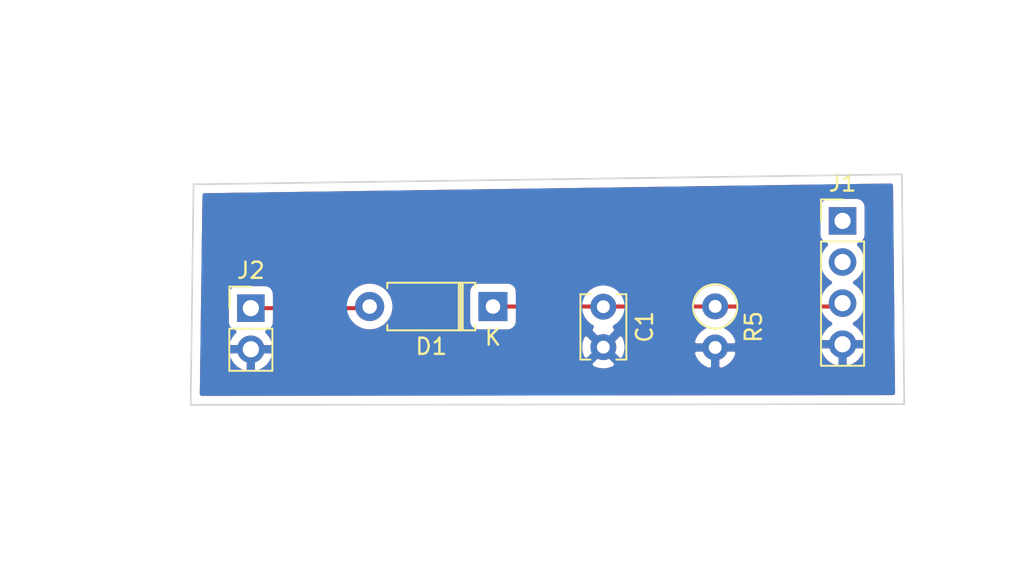
<source format=kicad_pcb>
(kicad_pcb (version 20171130) (host pcbnew 5.99.0+really5.1.10+dfsg1-1)

  (general
    (thickness 1.6)
    (drawings 4)
    (tracks 8)
    (zones 0)
    (modules 5)
    (nets 6)
  )

  (page A4)
  (layers
    (0 F.Cu signal)
    (31 B.Cu signal)
    (32 B.Adhes user)
    (33 F.Adhes user)
    (34 B.Paste user)
    (35 F.Paste user)
    (36 B.SilkS user)
    (37 F.SilkS user)
    (38 B.Mask user)
    (39 F.Mask user)
    (40 Dwgs.User user)
    (41 Cmts.User user)
    (42 Eco1.User user)
    (43 Eco2.User user)
    (44 Edge.Cuts user)
    (45 Margin user)
    (46 B.CrtYd user)
    (47 F.CrtYd user)
    (48 B.Fab user)
    (49 F.Fab user)
  )

  (setup
    (last_trace_width 0.25)
    (trace_clearance 0.2)
    (zone_clearance 0.508)
    (zone_45_only no)
    (trace_min 0.2)
    (via_size 0.8)
    (via_drill 0.4)
    (via_min_size 0.4)
    (via_min_drill 0.3)
    (uvia_size 0.3)
    (uvia_drill 0.1)
    (uvias_allowed no)
    (uvia_min_size 0.2)
    (uvia_min_drill 0.1)
    (edge_width 0.05)
    (segment_width 0.2)
    (pcb_text_width 0.3)
    (pcb_text_size 1.5 1.5)
    (mod_edge_width 0.12)
    (mod_text_size 1 1)
    (mod_text_width 0.15)
    (pad_size 1.524 1.524)
    (pad_drill 0.762)
    (pad_to_mask_clearance 0)
    (aux_axis_origin 0 0)
    (visible_elements FFFFFFFF)
    (pcbplotparams
      (layerselection 0x010f0_ffffffff)
      (usegerberextensions false)
      (usegerberattributes true)
      (usegerberadvancedattributes true)
      (creategerberjobfile true)
      (excludeedgelayer true)
      (linewidth 0.100000)
      (plotframeref false)
      (viasonmask false)
      (mode 1)
      (useauxorigin false)
      (hpglpennumber 1)
      (hpglpenspeed 20)
      (hpglpendiameter 15.000000)
      (psnegative false)
      (psa4output false)
      (plotreference true)
      (plotvalue true)
      (plotinvisibletext false)
      (padsonsilk false)
      (subtractmaskfromsilk false)
      (outputformat 1)
      (mirror false)
      (drillshape 0)
      (scaleselection 1)
      (outputdirectory "../out/"))
  )

  (net 0 "")
  (net 1 GND)
  (net 2 aout)
  (net 3 +3V3)
  (net 4 "Net-(J1-Pad2)")
  (net 5 "Net-(D1-Pad2)")

  (net_class Default "This is the default net class."
    (clearance 0.2)
    (trace_width 0.25)
    (via_dia 0.8)
    (via_drill 0.4)
    (uvia_dia 0.3)
    (uvia_drill 0.1)
    (add_net +3V3)
    (add_net GND)
    (add_net "Net-(D1-Pad2)")
    (add_net "Net-(J1-Pad2)")
    (add_net aout)
  )

  (module Resistor_THT:R_Axial_DIN0207_L6.3mm_D2.5mm_P2.54mm_Vertical (layer F.Cu) (tedit 5AE5139B) (tstamp 60C6687D)
    (at 191.15 92.54 270)
    (descr "Resistor, Axial_DIN0207 series, Axial, Vertical, pin pitch=2.54mm, 0.25W = 1/4W, length*diameter=6.3*2.5mm^2, http://cdn-reichelt.de/documents/datenblatt/B400/1_4W%23YAG.pdf")
    (tags "Resistor Axial_DIN0207 series Axial Vertical pin pitch 2.54mm 0.25W = 1/4W length 6.3mm diameter 2.5mm")
    (path /60C11B61/60C15660)
    (fp_text reference R5 (at 1.27 -2.37 90) (layer F.SilkS)
      (effects (font (size 1 1) (thickness 0.15)))
    )
    (fp_text value R (at 1.27 2.37 90) (layer F.Fab)
      (effects (font (size 1 1) (thickness 0.15)))
    )
    (fp_text user %R (at 1.27 -2.37 90) (layer F.Fab)
      (effects (font (size 1 1) (thickness 0.15)))
    )
    (fp_circle (center 0 0) (end 1.25 0) (layer F.Fab) (width 0.1))
    (fp_circle (center 0 0) (end 1.37 0) (layer F.SilkS) (width 0.12))
    (fp_line (start 0 0) (end 2.54 0) (layer F.Fab) (width 0.1))
    (fp_line (start 1.37 0) (end 1.44 0) (layer F.SilkS) (width 0.12))
    (fp_line (start -1.5 -1.5) (end -1.5 1.5) (layer F.CrtYd) (width 0.05))
    (fp_line (start -1.5 1.5) (end 3.59 1.5) (layer F.CrtYd) (width 0.05))
    (fp_line (start 3.59 1.5) (end 3.59 -1.5) (layer F.CrtYd) (width 0.05))
    (fp_line (start 3.59 -1.5) (end -1.5 -1.5) (layer F.CrtYd) (width 0.05))
    (pad 2 thru_hole oval (at 2.54 0 270) (size 1.6 1.6) (drill 0.8) (layers *.Cu *.Mask)
      (net 1 GND))
    (pad 1 thru_hole circle (at 0 0 270) (size 1.6 1.6) (drill 0.8) (layers *.Cu *.Mask)
      (net 2 aout))
    (model ${KISYS3DMOD}/Resistor_THT.3dshapes/R_Axial_DIN0207_L6.3mm_D2.5mm_P2.54mm_Vertical.wrl
      (at (xyz 0 0 0))
      (scale (xyz 1 1 1))
      (rotate (xyz 0 0 0))
    )
  )

  (module Connector_PinHeader_2.54mm:PinHeader_1x02_P2.54mm_Vertical (layer F.Cu) (tedit 59FED5CC) (tstamp 60C6686E)
    (at 162.46 92.65)
    (descr "Through hole straight pin header, 1x02, 2.54mm pitch, single row")
    (tags "Through hole pin header THT 1x02 2.54mm single row")
    (path /60C11B61/60CB004D)
    (fp_text reference J2 (at 0 -2.33) (layer F.SilkS)
      (effects (font (size 1 1) (thickness 0.15)))
    )
    (fp_text value Conn_01x02_Male (at 0 4.87) (layer F.Fab)
      (effects (font (size 1 1) (thickness 0.15)))
    )
    (fp_text user %R (at 0 1.27 90) (layer F.Fab)
      (effects (font (size 1 1) (thickness 0.15)))
    )
    (fp_line (start -0.635 -1.27) (end 1.27 -1.27) (layer F.Fab) (width 0.1))
    (fp_line (start 1.27 -1.27) (end 1.27 3.81) (layer F.Fab) (width 0.1))
    (fp_line (start 1.27 3.81) (end -1.27 3.81) (layer F.Fab) (width 0.1))
    (fp_line (start -1.27 3.81) (end -1.27 -0.635) (layer F.Fab) (width 0.1))
    (fp_line (start -1.27 -0.635) (end -0.635 -1.27) (layer F.Fab) (width 0.1))
    (fp_line (start -1.33 3.87) (end 1.33 3.87) (layer F.SilkS) (width 0.12))
    (fp_line (start -1.33 1.27) (end -1.33 3.87) (layer F.SilkS) (width 0.12))
    (fp_line (start 1.33 1.27) (end 1.33 3.87) (layer F.SilkS) (width 0.12))
    (fp_line (start -1.33 1.27) (end 1.33 1.27) (layer F.SilkS) (width 0.12))
    (fp_line (start -1.33 0) (end -1.33 -1.33) (layer F.SilkS) (width 0.12))
    (fp_line (start -1.33 -1.33) (end 0 -1.33) (layer F.SilkS) (width 0.12))
    (fp_line (start -1.8 -1.8) (end -1.8 4.35) (layer F.CrtYd) (width 0.05))
    (fp_line (start -1.8 4.35) (end 1.8 4.35) (layer F.CrtYd) (width 0.05))
    (fp_line (start 1.8 4.35) (end 1.8 -1.8) (layer F.CrtYd) (width 0.05))
    (fp_line (start 1.8 -1.8) (end -1.8 -1.8) (layer F.CrtYd) (width 0.05))
    (pad 2 thru_hole oval (at 0 2.54) (size 1.7 1.7) (drill 1) (layers *.Cu *.Mask)
      (net 1 GND))
    (pad 1 thru_hole rect (at 0 0) (size 1.7 1.7) (drill 1) (layers *.Cu *.Mask)
      (net 5 "Net-(D1-Pad2)"))
    (model ${KISYS3DMOD}/Connector_PinHeader_2.54mm.3dshapes/PinHeader_1x02_P2.54mm_Vertical.wrl
      (at (xyz 0 0 0))
      (scale (xyz 1 1 1))
      (rotate (xyz 0 0 0))
    )
  )

  (module Connector_PinHeader_2.54mm:PinHeader_1x04_P2.54mm_Vertical (layer F.Cu) (tedit 59FED5CC) (tstamp 60C66858)
    (at 199.02 87.26)
    (descr "Through hole straight pin header, 1x04, 2.54mm pitch, single row")
    (tags "Through hole pin header THT 1x04 2.54mm single row")
    (path /60C11B61/60C2805B)
    (fp_text reference J1 (at 0 -2.33) (layer F.SilkS)
      (effects (font (size 1 1) (thickness 0.15)))
    )
    (fp_text value Conn_01x04_Male (at 0 9.95) (layer F.Fab)
      (effects (font (size 1 1) (thickness 0.15)))
    )
    (fp_text user %R (at 0 3.81 90) (layer F.Fab)
      (effects (font (size 1 1) (thickness 0.15)))
    )
    (fp_line (start -0.635 -1.27) (end 1.27 -1.27) (layer F.Fab) (width 0.1))
    (fp_line (start 1.27 -1.27) (end 1.27 8.89) (layer F.Fab) (width 0.1))
    (fp_line (start 1.27 8.89) (end -1.27 8.89) (layer F.Fab) (width 0.1))
    (fp_line (start -1.27 8.89) (end -1.27 -0.635) (layer F.Fab) (width 0.1))
    (fp_line (start -1.27 -0.635) (end -0.635 -1.27) (layer F.Fab) (width 0.1))
    (fp_line (start -1.33 8.95) (end 1.33 8.95) (layer F.SilkS) (width 0.12))
    (fp_line (start -1.33 1.27) (end -1.33 8.95) (layer F.SilkS) (width 0.12))
    (fp_line (start 1.33 1.27) (end 1.33 8.95) (layer F.SilkS) (width 0.12))
    (fp_line (start -1.33 1.27) (end 1.33 1.27) (layer F.SilkS) (width 0.12))
    (fp_line (start -1.33 0) (end -1.33 -1.33) (layer F.SilkS) (width 0.12))
    (fp_line (start -1.33 -1.33) (end 0 -1.33) (layer F.SilkS) (width 0.12))
    (fp_line (start -1.8 -1.8) (end -1.8 9.4) (layer F.CrtYd) (width 0.05))
    (fp_line (start -1.8 9.4) (end 1.8 9.4) (layer F.CrtYd) (width 0.05))
    (fp_line (start 1.8 9.4) (end 1.8 -1.8) (layer F.CrtYd) (width 0.05))
    (fp_line (start 1.8 -1.8) (end -1.8 -1.8) (layer F.CrtYd) (width 0.05))
    (pad 4 thru_hole oval (at 0 7.62) (size 1.7 1.7) (drill 1) (layers *.Cu *.Mask)
      (net 1 GND))
    (pad 3 thru_hole oval (at 0 5.08) (size 1.7 1.7) (drill 1) (layers *.Cu *.Mask)
      (net 2 aout))
    (pad 2 thru_hole oval (at 0 2.54) (size 1.7 1.7) (drill 1) (layers *.Cu *.Mask)
      (net 4 "Net-(J1-Pad2)"))
    (pad 1 thru_hole rect (at 0 0) (size 1.7 1.7) (drill 1) (layers *.Cu *.Mask)
      (net 3 +3V3))
    (model ${KISYS3DMOD}/Connector_PinHeader_2.54mm.3dshapes/PinHeader_1x04_P2.54mm_Vertical.wrl
      (at (xyz 0 0 0))
      (scale (xyz 1 1 1))
      (rotate (xyz 0 0 0))
    )
  )

  (module Diode_THT:D_A-405_P7.62mm_Horizontal (layer F.Cu) (tedit 5AE50CD5) (tstamp 60C66840)
    (at 177.42 92.55 180)
    (descr "Diode, A-405 series, Axial, Horizontal, pin pitch=7.62mm, , length*diameter=5.2*2.7mm^2, , http://www.diodes.com/_files/packages/A-405.pdf")
    (tags "Diode A-405 series Axial Horizontal pin pitch 7.62mm  length 5.2mm diameter 2.7mm")
    (path /60C11B61/60CCB079)
    (fp_text reference D1 (at 3.81 -2.47) (layer F.SilkS)
      (effects (font (size 1 1) (thickness 0.15)))
    )
    (fp_text value D (at 3.81 2.47) (layer F.Fab)
      (effects (font (size 1 1) (thickness 0.15)))
    )
    (fp_text user K (at 0 -1.9) (layer F.SilkS)
      (effects (font (size 1 1) (thickness 0.15)))
    )
    (fp_text user K (at 0 -1.9) (layer F.Fab)
      (effects (font (size 1 1) (thickness 0.15)))
    )
    (fp_text user %R (at 4.2 0) (layer F.Fab)
      (effects (font (size 1 1) (thickness 0.15)))
    )
    (fp_line (start 1.21 -1.35) (end 1.21 1.35) (layer F.Fab) (width 0.1))
    (fp_line (start 1.21 1.35) (end 6.41 1.35) (layer F.Fab) (width 0.1))
    (fp_line (start 6.41 1.35) (end 6.41 -1.35) (layer F.Fab) (width 0.1))
    (fp_line (start 6.41 -1.35) (end 1.21 -1.35) (layer F.Fab) (width 0.1))
    (fp_line (start 0 0) (end 1.21 0) (layer F.Fab) (width 0.1))
    (fp_line (start 7.62 0) (end 6.41 0) (layer F.Fab) (width 0.1))
    (fp_line (start 1.99 -1.35) (end 1.99 1.35) (layer F.Fab) (width 0.1))
    (fp_line (start 2.09 -1.35) (end 2.09 1.35) (layer F.Fab) (width 0.1))
    (fp_line (start 1.89 -1.35) (end 1.89 1.35) (layer F.Fab) (width 0.1))
    (fp_line (start 1.09 -1.14) (end 1.09 -1.47) (layer F.SilkS) (width 0.12))
    (fp_line (start 1.09 -1.47) (end 6.53 -1.47) (layer F.SilkS) (width 0.12))
    (fp_line (start 6.53 -1.47) (end 6.53 -1.14) (layer F.SilkS) (width 0.12))
    (fp_line (start 1.09 1.14) (end 1.09 1.47) (layer F.SilkS) (width 0.12))
    (fp_line (start 1.09 1.47) (end 6.53 1.47) (layer F.SilkS) (width 0.12))
    (fp_line (start 6.53 1.47) (end 6.53 1.14) (layer F.SilkS) (width 0.12))
    (fp_line (start 1.99 -1.47) (end 1.99 1.47) (layer F.SilkS) (width 0.12))
    (fp_line (start 2.11 -1.47) (end 2.11 1.47) (layer F.SilkS) (width 0.12))
    (fp_line (start 1.87 -1.47) (end 1.87 1.47) (layer F.SilkS) (width 0.12))
    (fp_line (start -1.15 -1.6) (end -1.15 1.6) (layer F.CrtYd) (width 0.05))
    (fp_line (start -1.15 1.6) (end 8.77 1.6) (layer F.CrtYd) (width 0.05))
    (fp_line (start 8.77 1.6) (end 8.77 -1.6) (layer F.CrtYd) (width 0.05))
    (fp_line (start 8.77 -1.6) (end -1.15 -1.6) (layer F.CrtYd) (width 0.05))
    (pad 2 thru_hole oval (at 7.62 0 180) (size 1.8 1.8) (drill 0.9) (layers *.Cu *.Mask)
      (net 5 "Net-(D1-Pad2)"))
    (pad 1 thru_hole rect (at 0 0 180) (size 1.8 1.8) (drill 0.9) (layers *.Cu *.Mask)
      (net 2 aout))
    (model ${KISYS3DMOD}/Diode_THT.3dshapes/D_A-405_P7.62mm_Horizontal.wrl
      (at (xyz 0 0 0))
      (scale (xyz 1 1 1))
      (rotate (xyz 0 0 0))
    )
  )

  (module Capacitor_THT:C_Disc_D3.8mm_W2.6mm_P2.50mm (layer F.Cu) (tedit 5AE50EF0) (tstamp 60C66821)
    (at 184.24 92.56 270)
    (descr "C, Disc series, Radial, pin pitch=2.50mm, , diameter*width=3.8*2.6mm^2, Capacitor, http://www.vishay.com/docs/45233/krseries.pdf")
    (tags "C Disc series Radial pin pitch 2.50mm  diameter 3.8mm width 2.6mm Capacitor")
    (path /60C11B61/60C143B1)
    (fp_text reference C1 (at 1.25 -2.55 90) (layer F.SilkS)
      (effects (font (size 1 1) (thickness 0.15)))
    )
    (fp_text value C (at 1.25 2.55 90) (layer F.Fab)
      (effects (font (size 1 1) (thickness 0.15)))
    )
    (fp_text user %R (at 1.25 0 90) (layer F.Fab)
      (effects (font (size 0.76 0.76) (thickness 0.114)))
    )
    (fp_line (start -0.65 -1.3) (end -0.65 1.3) (layer F.Fab) (width 0.1))
    (fp_line (start -0.65 1.3) (end 3.15 1.3) (layer F.Fab) (width 0.1))
    (fp_line (start 3.15 1.3) (end 3.15 -1.3) (layer F.Fab) (width 0.1))
    (fp_line (start 3.15 -1.3) (end -0.65 -1.3) (layer F.Fab) (width 0.1))
    (fp_line (start -0.77 -1.42) (end 3.27 -1.42) (layer F.SilkS) (width 0.12))
    (fp_line (start -0.77 1.42) (end 3.27 1.42) (layer F.SilkS) (width 0.12))
    (fp_line (start -0.77 -1.42) (end -0.77 -0.795) (layer F.SilkS) (width 0.12))
    (fp_line (start -0.77 0.795) (end -0.77 1.42) (layer F.SilkS) (width 0.12))
    (fp_line (start 3.27 -1.42) (end 3.27 -0.795) (layer F.SilkS) (width 0.12))
    (fp_line (start 3.27 0.795) (end 3.27 1.42) (layer F.SilkS) (width 0.12))
    (fp_line (start -1.05 -1.55) (end -1.05 1.55) (layer F.CrtYd) (width 0.05))
    (fp_line (start -1.05 1.55) (end 3.55 1.55) (layer F.CrtYd) (width 0.05))
    (fp_line (start 3.55 1.55) (end 3.55 -1.55) (layer F.CrtYd) (width 0.05))
    (fp_line (start 3.55 -1.55) (end -1.05 -1.55) (layer F.CrtYd) (width 0.05))
    (pad 2 thru_hole circle (at 2.5 0 270) (size 1.6 1.6) (drill 0.8) (layers *.Cu *.Mask)
      (net 1 GND))
    (pad 1 thru_hole circle (at 0 0 270) (size 1.6 1.6) (drill 0.8) (layers *.Cu *.Mask)
      (net 2 aout))
    (model ${KISYS3DMOD}/Capacitor_THT.3dshapes/C_Disc_D3.8mm_W2.6mm_P2.50mm.wrl
      (at (xyz 0 0 0))
      (scale (xyz 1 1 1))
      (rotate (xyz 0 0 0))
    )
  )

  (gr_line (start 202.69 84.38) (end 202.83 98.58) (layer Edge.Cuts) (width 0.1))
  (gr_line (start 158.92 85) (end 202.69 84.38) (layer Edge.Cuts) (width 0.1))
  (gr_line (start 158.74 98.63) (end 158.92 85) (layer Edge.Cuts) (width 0.1))
  (gr_line (start 202.83 98.58) (end 158.74 98.63) (layer Edge.Cuts) (width 0.1))

  (segment (start 177.42 92.55) (end 184.15 92.55) (width 0.25) (layer F.Cu) (net 2))
  (segment (start 184.15 92.55) (end 184.24 92.46) (width 0.25) (layer F.Cu) (net 2))
  (segment (start 184.24 92.46) (end 184.33 92.55) (width 0.25) (layer F.Cu) (net 2))
  (segment (start 184.33 92.55) (end 191.12 92.55) (width 0.25) (layer F.Cu) (net 2))
  (segment (start 191.12 92.55) (end 198.81 92.55) (width 0.25) (layer F.Cu) (net 2))
  (segment (start 198.81 92.55) (end 199.03 92.33) (width 0.25) (layer F.Cu) (net 2))
  (segment (start 162.46 92.65) (end 169.82 92.65) (width 0.25) (layer F.Cu) (net 5))
  (segment (start 169.82 92.65) (end 169.9 92.57) (width 0.25) (layer F.Cu) (net 5))

  (zone (net 1) (net_name GND) (layer F.Cu) (tstamp 0) (hatch edge 0.508)
    (connect_pads (clearance 0.508))
    (min_thickness 0.254)
    (fill yes (arc_segments 32) (thermal_gap 0.508) (thermal_bridge_width 0.508))
    (polygon
      (pts
        (xy 207.17 102.85) (xy 147.03 103.22) (xy 146.96 80.52) (xy 207.77 78.34)
      )
    )
    (filled_polygon
      (pts
        (xy 202.138222 97.895785) (xy 159.434115 97.944213) (xy 159.465774 95.54689) (xy 161.018524 95.54689) (xy 161.063175 95.694099)
        (xy 161.188359 95.95692) (xy 161.362412 96.190269) (xy 161.578645 96.385178) (xy 161.828748 96.534157) (xy 162.103109 96.631481)
        (xy 162.333 96.510814) (xy 162.333 95.317) (xy 162.587 95.317) (xy 162.587 96.510814) (xy 162.816891 96.631481)
        (xy 163.091252 96.534157) (xy 163.341355 96.385178) (xy 163.557588 96.190269) (xy 163.660198 96.052702) (xy 183.426903 96.052702)
        (xy 183.498486 96.296671) (xy 183.753996 96.417571) (xy 184.028184 96.4863) (xy 184.310512 96.500217) (xy 184.59013 96.458787)
        (xy 184.856292 96.363603) (xy 184.981514 96.296671) (xy 185.053097 96.052702) (xy 184.24 95.239605) (xy 183.426903 96.052702)
        (xy 163.660198 96.052702) (xy 163.731641 95.95692) (xy 163.856825 95.694099) (xy 163.901476 95.54689) (xy 163.780155 95.317)
        (xy 162.587 95.317) (xy 162.333 95.317) (xy 161.139845 95.317) (xy 161.018524 95.54689) (xy 159.465774 95.54689)
        (xy 159.471272 95.130512) (xy 182.799783 95.130512) (xy 182.841213 95.41013) (xy 182.936397 95.676292) (xy 183.003329 95.801514)
        (xy 183.247298 95.873097) (xy 184.060395 95.06) (xy 184.419605 95.06) (xy 185.232702 95.873097) (xy 185.476671 95.801514)
        (xy 185.597571 95.546004) (xy 185.626889 95.42904) (xy 189.758091 95.42904) (xy 189.85293 95.693881) (xy 189.997615 95.935131)
        (xy 190.186586 96.143519) (xy 190.41258 96.311037) (xy 190.666913 96.431246) (xy 190.800961 96.471904) (xy 191.023 96.349915)
        (xy 191.023 95.207) (xy 191.277 95.207) (xy 191.277 96.349915) (xy 191.499039 96.471904) (xy 191.633087 96.431246)
        (xy 191.88742 96.311037) (xy 192.113414 96.143519) (xy 192.302385 95.935131) (xy 192.44707 95.693881) (xy 192.541909 95.42904)
        (xy 192.436951 95.23689) (xy 197.578524 95.23689) (xy 197.623175 95.384099) (xy 197.748359 95.64692) (xy 197.922412 95.880269)
        (xy 198.138645 96.075178) (xy 198.388748 96.224157) (xy 198.663109 96.321481) (xy 198.893 96.200814) (xy 198.893 95.007)
        (xy 199.147 95.007) (xy 199.147 96.200814) (xy 199.376891 96.321481) (xy 199.651252 96.224157) (xy 199.901355 96.075178)
        (xy 200.117588 95.880269) (xy 200.291641 95.64692) (xy 200.416825 95.384099) (xy 200.461476 95.23689) (xy 200.340155 95.007)
        (xy 199.147 95.007) (xy 198.893 95.007) (xy 197.699845 95.007) (xy 197.578524 95.23689) (xy 192.436951 95.23689)
        (xy 192.420624 95.207) (xy 191.277 95.207) (xy 191.023 95.207) (xy 189.879376 95.207) (xy 189.758091 95.42904)
        (xy 185.626889 95.42904) (xy 185.6663 95.271816) (xy 185.680217 94.989488) (xy 185.638787 94.70987) (xy 185.543603 94.443708)
        (xy 185.476671 94.318486) (xy 185.232702 94.246903) (xy 184.419605 95.06) (xy 184.060395 95.06) (xy 183.247298 94.246903)
        (xy 183.003329 94.318486) (xy 182.882429 94.573996) (xy 182.8137 94.848184) (xy 182.799783 95.130512) (xy 159.471272 95.130512)
        (xy 159.515256 91.8) (xy 160.971928 91.8) (xy 160.971928 93.5) (xy 160.984188 93.624482) (xy 161.020498 93.74418)
        (xy 161.079463 93.854494) (xy 161.158815 93.951185) (xy 161.255506 94.030537) (xy 161.36582 94.089502) (xy 161.446466 94.113966)
        (xy 161.362412 94.189731) (xy 161.188359 94.42308) (xy 161.063175 94.685901) (xy 161.018524 94.83311) (xy 161.139845 95.063)
        (xy 162.333 95.063) (xy 162.333 95.043) (xy 162.587 95.043) (xy 162.587 95.063) (xy 163.780155 95.063)
        (xy 163.901476 94.83311) (xy 163.856825 94.685901) (xy 163.731641 94.42308) (xy 163.557588 94.189731) (xy 163.473534 94.113966)
        (xy 163.55418 94.089502) (xy 163.664494 94.030537) (xy 163.761185 93.951185) (xy 163.840537 93.854494) (xy 163.899502 93.74418)
        (xy 163.935812 93.624482) (xy 163.948072 93.5) (xy 163.948072 93.41) (xy 168.528505 93.41) (xy 168.607688 93.528505)
        (xy 168.821495 93.742312) (xy 169.072905 93.910299) (xy 169.352257 94.026011) (xy 169.648816 94.085) (xy 169.951184 94.085)
        (xy 170.247743 94.026011) (xy 170.527095 93.910299) (xy 170.778505 93.742312) (xy 170.992312 93.528505) (xy 171.160299 93.277095)
        (xy 171.276011 92.997743) (xy 171.335 92.701184) (xy 171.335 92.398816) (xy 171.276011 92.102257) (xy 171.160299 91.822905)
        (xy 171.044768 91.65) (xy 175.881928 91.65) (xy 175.881928 93.45) (xy 175.894188 93.574482) (xy 175.930498 93.69418)
        (xy 175.989463 93.804494) (xy 176.068815 93.901185) (xy 176.165506 93.980537) (xy 176.27582 94.039502) (xy 176.395518 94.075812)
        (xy 176.52 94.088072) (xy 178.32 94.088072) (xy 178.444482 94.075812) (xy 178.56418 94.039502) (xy 178.674494 93.980537)
        (xy 178.771185 93.901185) (xy 178.850537 93.804494) (xy 178.909502 93.69418) (xy 178.945812 93.574482) (xy 178.958072 93.45)
        (xy 178.958072 93.31) (xy 183.015275 93.31) (xy 183.125363 93.474759) (xy 183.325241 93.674637) (xy 183.525869 93.808692)
        (xy 183.498486 93.823329) (xy 183.426903 94.067298) (xy 184.24 94.880395) (xy 185.053097 94.067298) (xy 184.981514 93.823329)
        (xy 184.952659 93.809676) (xy 185.154759 93.674637) (xy 185.354637 93.474759) (xy 185.464725 93.31) (xy 189.938638 93.31)
        (xy 190.035363 93.454759) (xy 190.235241 93.654637) (xy 190.470273 93.81168) (xy 190.481565 93.816357) (xy 190.41258 93.848963)
        (xy 190.186586 94.016481) (xy 189.997615 94.224869) (xy 189.85293 94.466119) (xy 189.758091 94.73096) (xy 189.879376 94.953)
        (xy 191.023 94.953) (xy 191.023 94.933) (xy 191.277 94.933) (xy 191.277 94.953) (xy 192.420624 94.953)
        (xy 192.541909 94.73096) (xy 192.44707 94.466119) (xy 192.302385 94.224869) (xy 192.113414 94.016481) (xy 191.88742 93.848963)
        (xy 191.818435 93.816357) (xy 191.829727 93.81168) (xy 192.064759 93.654637) (xy 192.264637 93.454759) (xy 192.361362 93.31)
        (xy 197.889893 93.31) (xy 198.073368 93.493475) (xy 198.255534 93.615195) (xy 198.138645 93.684822) (xy 197.922412 93.879731)
        (xy 197.748359 94.11308) (xy 197.623175 94.375901) (xy 197.578524 94.52311) (xy 197.699845 94.753) (xy 198.893 94.753)
        (xy 198.893 94.733) (xy 199.147 94.733) (xy 199.147 94.753) (xy 200.340155 94.753) (xy 200.461476 94.52311)
        (xy 200.416825 94.375901) (xy 200.291641 94.11308) (xy 200.117588 93.879731) (xy 199.901355 93.684822) (xy 199.784466 93.615195)
        (xy 199.966632 93.493475) (xy 200.173475 93.286632) (xy 200.33599 93.043411) (xy 200.447932 92.773158) (xy 200.505 92.48626)
        (xy 200.505 92.19374) (xy 200.447932 91.906842) (xy 200.33599 91.636589) (xy 200.173475 91.393368) (xy 199.966632 91.186525)
        (xy 199.79224 91.07) (xy 199.966632 90.953475) (xy 200.173475 90.746632) (xy 200.33599 90.503411) (xy 200.447932 90.233158)
        (xy 200.505 89.94626) (xy 200.505 89.65374) (xy 200.447932 89.366842) (xy 200.33599 89.096589) (xy 200.173475 88.853368)
        (xy 200.04162 88.721513) (xy 200.11418 88.699502) (xy 200.224494 88.640537) (xy 200.321185 88.561185) (xy 200.400537 88.464494)
        (xy 200.459502 88.35418) (xy 200.495812 88.234482) (xy 200.508072 88.11) (xy 200.508072 86.41) (xy 200.495812 86.285518)
        (xy 200.459502 86.16582) (xy 200.400537 86.055506) (xy 200.321185 85.958815) (xy 200.224494 85.879463) (xy 200.11418 85.820498)
        (xy 199.994482 85.784188) (xy 199.87 85.771928) (xy 198.17 85.771928) (xy 198.045518 85.784188) (xy 197.92582 85.820498)
        (xy 197.815506 85.879463) (xy 197.718815 85.958815) (xy 197.639463 86.055506) (xy 197.580498 86.16582) (xy 197.544188 86.285518)
        (xy 197.531928 86.41) (xy 197.531928 88.11) (xy 197.544188 88.234482) (xy 197.580498 88.35418) (xy 197.639463 88.464494)
        (xy 197.718815 88.561185) (xy 197.815506 88.640537) (xy 197.92582 88.699502) (xy 197.99838 88.721513) (xy 197.866525 88.853368)
        (xy 197.70401 89.096589) (xy 197.592068 89.366842) (xy 197.535 89.65374) (xy 197.535 89.94626) (xy 197.592068 90.233158)
        (xy 197.70401 90.503411) (xy 197.866525 90.746632) (xy 198.073368 90.953475) (xy 198.24776 91.07) (xy 198.073368 91.186525)
        (xy 197.866525 91.393368) (xy 197.70401 91.636589) (xy 197.640465 91.79) (xy 192.374725 91.79) (xy 192.264637 91.625241)
        (xy 192.064759 91.425363) (xy 191.829727 91.26832) (xy 191.568574 91.160147) (xy 191.291335 91.105) (xy 191.008665 91.105)
        (xy 190.731426 91.160147) (xy 190.470273 91.26832) (xy 190.235241 91.425363) (xy 190.035363 91.625241) (xy 189.925275 91.79)
        (xy 185.451362 91.79) (xy 185.354637 91.645241) (xy 185.154759 91.445363) (xy 184.919727 91.28832) (xy 184.658574 91.180147)
        (xy 184.381335 91.125) (xy 184.098665 91.125) (xy 183.821426 91.180147) (xy 183.560273 91.28832) (xy 183.325241 91.445363)
        (xy 183.125363 91.645241) (xy 183.028638 91.79) (xy 178.958072 91.79) (xy 178.958072 91.65) (xy 178.945812 91.525518)
        (xy 178.909502 91.40582) (xy 178.850537 91.295506) (xy 178.771185 91.198815) (xy 178.674494 91.119463) (xy 178.56418 91.060498)
        (xy 178.444482 91.024188) (xy 178.32 91.011928) (xy 176.52 91.011928) (xy 176.395518 91.024188) (xy 176.27582 91.060498)
        (xy 176.165506 91.119463) (xy 176.068815 91.198815) (xy 175.989463 91.295506) (xy 175.930498 91.40582) (xy 175.894188 91.525518)
        (xy 175.881928 91.65) (xy 171.044768 91.65) (xy 170.992312 91.571495) (xy 170.778505 91.357688) (xy 170.527095 91.189701)
        (xy 170.247743 91.073989) (xy 169.951184 91.015) (xy 169.648816 91.015) (xy 169.352257 91.073989) (xy 169.072905 91.189701)
        (xy 168.821495 91.357688) (xy 168.607688 91.571495) (xy 168.439701 91.822905) (xy 168.411909 91.89) (xy 163.948072 91.89)
        (xy 163.948072 91.8) (xy 163.935812 91.675518) (xy 163.899502 91.55582) (xy 163.840537 91.445506) (xy 163.761185 91.348815)
        (xy 163.664494 91.269463) (xy 163.55418 91.210498) (xy 163.434482 91.174188) (xy 163.31 91.161928) (xy 161.61 91.161928)
        (xy 161.485518 91.174188) (xy 161.36582 91.210498) (xy 161.255506 91.269463) (xy 161.158815 91.348815) (xy 161.079463 91.445506)
        (xy 161.020498 91.55582) (xy 160.984188 91.675518) (xy 160.971928 91.8) (xy 159.515256 91.8) (xy 159.596138 85.67549)
        (xy 202.011816 85.074674)
      )
    )
  )
  (zone (net 1) (net_name GND) (layer B.Cu) (tstamp 0) (hatch edge 0.508)
    (connect_pads (clearance 0.508))
    (min_thickness 0.254)
    (fill yes (arc_segments 32) (thermal_gap 0.508) (thermal_bridge_width 0.508))
    (polygon
      (pts
        (xy 210.25 108.41) (xy 151.7 107.96) (xy 152.15 74.73) (xy 209.13 73.61)
      )
    )
    (filled_polygon
      (pts
        (xy 202.138222 97.895785) (xy 159.434115 97.944213) (xy 159.465774 95.54689) (xy 161.018524 95.54689) (xy 161.063175 95.694099)
        (xy 161.188359 95.95692) (xy 161.362412 96.190269) (xy 161.578645 96.385178) (xy 161.828748 96.534157) (xy 162.103109 96.631481)
        (xy 162.333 96.510814) (xy 162.333 95.317) (xy 162.587 95.317) (xy 162.587 96.510814) (xy 162.816891 96.631481)
        (xy 163.091252 96.534157) (xy 163.341355 96.385178) (xy 163.557588 96.190269) (xy 163.660198 96.052702) (xy 183.426903 96.052702)
        (xy 183.498486 96.296671) (xy 183.753996 96.417571) (xy 184.028184 96.4863) (xy 184.310512 96.500217) (xy 184.59013 96.458787)
        (xy 184.856292 96.363603) (xy 184.981514 96.296671) (xy 185.053097 96.052702) (xy 184.24 95.239605) (xy 183.426903 96.052702)
        (xy 163.660198 96.052702) (xy 163.731641 95.95692) (xy 163.856825 95.694099) (xy 163.901476 95.54689) (xy 163.780155 95.317)
        (xy 162.587 95.317) (xy 162.333 95.317) (xy 161.139845 95.317) (xy 161.018524 95.54689) (xy 159.465774 95.54689)
        (xy 159.471272 95.130512) (xy 182.799783 95.130512) (xy 182.841213 95.41013) (xy 182.936397 95.676292) (xy 183.003329 95.801514)
        (xy 183.247298 95.873097) (xy 184.060395 95.06) (xy 184.419605 95.06) (xy 185.232702 95.873097) (xy 185.476671 95.801514)
        (xy 185.597571 95.546004) (xy 185.626889 95.42904) (xy 189.758091 95.42904) (xy 189.85293 95.693881) (xy 189.997615 95.935131)
        (xy 190.186586 96.143519) (xy 190.41258 96.311037) (xy 190.666913 96.431246) (xy 190.800961 96.471904) (xy 191.023 96.349915)
        (xy 191.023 95.207) (xy 191.277 95.207) (xy 191.277 96.349915) (xy 191.499039 96.471904) (xy 191.633087 96.431246)
        (xy 191.88742 96.311037) (xy 192.113414 96.143519) (xy 192.302385 95.935131) (xy 192.44707 95.693881) (xy 192.541909 95.42904)
        (xy 192.436951 95.23689) (xy 197.578524 95.23689) (xy 197.623175 95.384099) (xy 197.748359 95.64692) (xy 197.922412 95.880269)
        (xy 198.138645 96.075178) (xy 198.388748 96.224157) (xy 198.663109 96.321481) (xy 198.893 96.200814) (xy 198.893 95.007)
        (xy 199.147 95.007) (xy 199.147 96.200814) (xy 199.376891 96.321481) (xy 199.651252 96.224157) (xy 199.901355 96.075178)
        (xy 200.117588 95.880269) (xy 200.291641 95.64692) (xy 200.416825 95.384099) (xy 200.461476 95.23689) (xy 200.340155 95.007)
        (xy 199.147 95.007) (xy 198.893 95.007) (xy 197.699845 95.007) (xy 197.578524 95.23689) (xy 192.436951 95.23689)
        (xy 192.420624 95.207) (xy 191.277 95.207) (xy 191.023 95.207) (xy 189.879376 95.207) (xy 189.758091 95.42904)
        (xy 185.626889 95.42904) (xy 185.6663 95.271816) (xy 185.680217 94.989488) (xy 185.638787 94.70987) (xy 185.543603 94.443708)
        (xy 185.476671 94.318486) (xy 185.232702 94.246903) (xy 184.419605 95.06) (xy 184.060395 95.06) (xy 183.247298 94.246903)
        (xy 183.003329 94.318486) (xy 182.882429 94.573996) (xy 182.8137 94.848184) (xy 182.799783 95.130512) (xy 159.471272 95.130512)
        (xy 159.515256 91.8) (xy 160.971928 91.8) (xy 160.971928 93.5) (xy 160.984188 93.624482) (xy 161.020498 93.74418)
        (xy 161.079463 93.854494) (xy 161.158815 93.951185) (xy 161.255506 94.030537) (xy 161.36582 94.089502) (xy 161.446466 94.113966)
        (xy 161.362412 94.189731) (xy 161.188359 94.42308) (xy 161.063175 94.685901) (xy 161.018524 94.83311) (xy 161.139845 95.063)
        (xy 162.333 95.063) (xy 162.333 95.043) (xy 162.587 95.043) (xy 162.587 95.063) (xy 163.780155 95.063)
        (xy 163.901476 94.83311) (xy 163.856825 94.685901) (xy 163.731641 94.42308) (xy 163.557588 94.189731) (xy 163.473534 94.113966)
        (xy 163.55418 94.089502) (xy 163.664494 94.030537) (xy 163.761185 93.951185) (xy 163.840537 93.854494) (xy 163.899502 93.74418)
        (xy 163.935812 93.624482) (xy 163.948072 93.5) (xy 163.948072 92.398816) (xy 168.265 92.398816) (xy 168.265 92.701184)
        (xy 168.323989 92.997743) (xy 168.439701 93.277095) (xy 168.607688 93.528505) (xy 168.821495 93.742312) (xy 169.072905 93.910299)
        (xy 169.352257 94.026011) (xy 169.648816 94.085) (xy 169.951184 94.085) (xy 170.247743 94.026011) (xy 170.527095 93.910299)
        (xy 170.778505 93.742312) (xy 170.992312 93.528505) (xy 171.160299 93.277095) (xy 171.276011 92.997743) (xy 171.335 92.701184)
        (xy 171.335 92.398816) (xy 171.276011 92.102257) (xy 171.160299 91.822905) (xy 171.044768 91.65) (xy 175.881928 91.65)
        (xy 175.881928 93.45) (xy 175.894188 93.574482) (xy 175.930498 93.69418) (xy 175.989463 93.804494) (xy 176.068815 93.901185)
        (xy 176.165506 93.980537) (xy 176.27582 94.039502) (xy 176.395518 94.075812) (xy 176.52 94.088072) (xy 178.32 94.088072)
        (xy 178.444482 94.075812) (xy 178.56418 94.039502) (xy 178.674494 93.980537) (xy 178.771185 93.901185) (xy 178.850537 93.804494)
        (xy 178.909502 93.69418) (xy 178.945812 93.574482) (xy 178.958072 93.45) (xy 178.958072 92.418665) (xy 182.805 92.418665)
        (xy 182.805 92.701335) (xy 182.860147 92.978574) (xy 182.96832 93.239727) (xy 183.125363 93.474759) (xy 183.325241 93.674637)
        (xy 183.525869 93.808692) (xy 183.498486 93.823329) (xy 183.426903 94.067298) (xy 184.24 94.880395) (xy 185.053097 94.067298)
        (xy 184.981514 93.823329) (xy 184.952659 93.809676) (xy 185.154759 93.674637) (xy 185.354637 93.474759) (xy 185.51168 93.239727)
        (xy 185.619853 92.978574) (xy 185.675 92.701335) (xy 185.675 92.418665) (xy 185.671022 92.398665) (xy 189.715 92.398665)
        (xy 189.715 92.681335) (xy 189.770147 92.958574) (xy 189.87832 93.219727) (xy 190.035363 93.454759) (xy 190.235241 93.654637)
        (xy 190.470273 93.81168) (xy 190.481565 93.816357) (xy 190.41258 93.848963) (xy 190.186586 94.016481) (xy 189.997615 94.224869)
        (xy 189.85293 94.466119) (xy 189.758091 94.73096) (xy 189.879376 94.953) (xy 191.023 94.953) (xy 191.023 94.933)
        (xy 191.277 94.933) (xy 191.277 94.953) (xy 192.420624 94.953) (xy 192.541909 94.73096) (xy 192.44707 94.466119)
        (xy 192.302385 94.224869) (xy 192.113414 94.016481) (xy 191.88742 93.848963) (xy 191.818435 93.816357) (xy 191.829727 93.81168)
        (xy 192.064759 93.654637) (xy 192.264637 93.454759) (xy 192.42168 93.219727) (xy 192.529853 92.958574) (xy 192.585 92.681335)
        (xy 192.585 92.398665) (xy 192.529853 92.121426) (xy 192.42168 91.860273) (xy 192.264637 91.625241) (xy 192.064759 91.425363)
        (xy 191.829727 91.26832) (xy 191.568574 91.160147) (xy 191.291335 91.105) (xy 191.008665 91.105) (xy 190.731426 91.160147)
        (xy 190.470273 91.26832) (xy 190.235241 91.425363) (xy 190.035363 91.625241) (xy 189.87832 91.860273) (xy 189.770147 92.121426)
        (xy 189.715 92.398665) (xy 185.671022 92.398665) (xy 185.619853 92.141426) (xy 185.51168 91.880273) (xy 185.354637 91.645241)
        (xy 185.154759 91.445363) (xy 184.919727 91.28832) (xy 184.658574 91.180147) (xy 184.381335 91.125) (xy 184.098665 91.125)
        (xy 183.821426 91.180147) (xy 183.560273 91.28832) (xy 183.325241 91.445363) (xy 183.125363 91.645241) (xy 182.96832 91.880273)
        (xy 182.860147 92.141426) (xy 182.805 92.418665) (xy 178.958072 92.418665) (xy 178.958072 91.65) (xy 178.945812 91.525518)
        (xy 178.909502 91.40582) (xy 178.850537 91.295506) (xy 178.771185 91.198815) (xy 178.674494 91.119463) (xy 178.56418 91.060498)
        (xy 178.444482 91.024188) (xy 178.32 91.011928) (xy 176.52 91.011928) (xy 176.395518 91.024188) (xy 176.27582 91.060498)
        (xy 176.165506 91.119463) (xy 176.068815 91.198815) (xy 175.989463 91.295506) (xy 175.930498 91.40582) (xy 175.894188 91.525518)
        (xy 175.881928 91.65) (xy 171.044768 91.65) (xy 170.992312 91.571495) (xy 170.778505 91.357688) (xy 170.527095 91.189701)
        (xy 170.247743 91.073989) (xy 169.951184 91.015) (xy 169.648816 91.015) (xy 169.352257 91.073989) (xy 169.072905 91.189701)
        (xy 168.821495 91.357688) (xy 168.607688 91.571495) (xy 168.439701 91.822905) (xy 168.323989 92.102257) (xy 168.265 92.398816)
        (xy 163.948072 92.398816) (xy 163.948072 91.8) (xy 163.935812 91.675518) (xy 163.899502 91.55582) (xy 163.840537 91.445506)
        (xy 163.761185 91.348815) (xy 163.664494 91.269463) (xy 163.55418 91.210498) (xy 163.434482 91.174188) (xy 163.31 91.161928)
        (xy 161.61 91.161928) (xy 161.485518 91.174188) (xy 161.36582 91.210498) (xy 161.255506 91.269463) (xy 161.158815 91.348815)
        (xy 161.079463 91.445506) (xy 161.020498 91.55582) (xy 160.984188 91.675518) (xy 160.971928 91.8) (xy 159.515256 91.8)
        (xy 159.586437 86.41) (xy 197.531928 86.41) (xy 197.531928 88.11) (xy 197.544188 88.234482) (xy 197.580498 88.35418)
        (xy 197.639463 88.464494) (xy 197.718815 88.561185) (xy 197.815506 88.640537) (xy 197.92582 88.699502) (xy 197.99838 88.721513)
        (xy 197.866525 88.853368) (xy 197.70401 89.096589) (xy 197.592068 89.366842) (xy 197.535 89.65374) (xy 197.535 89.94626)
        (xy 197.592068 90.233158) (xy 197.70401 90.503411) (xy 197.866525 90.746632) (xy 198.073368 90.953475) (xy 198.24776 91.07)
        (xy 198.073368 91.186525) (xy 197.866525 91.393368) (xy 197.70401 91.636589) (xy 197.592068 91.906842) (xy 197.535 92.19374)
        (xy 197.535 92.48626) (xy 197.592068 92.773158) (xy 197.70401 93.043411) (xy 197.866525 93.286632) (xy 198.073368 93.493475)
        (xy 198.255534 93.615195) (xy 198.138645 93.684822) (xy 197.922412 93.879731) (xy 197.748359 94.11308) (xy 197.623175 94.375901)
        (xy 197.578524 94.52311) (xy 197.699845 94.753) (xy 198.893 94.753) (xy 198.893 94.733) (xy 199.147 94.733)
        (xy 199.147 94.753) (xy 200.340155 94.753) (xy 200.461476 94.52311) (xy 200.416825 94.375901) (xy 200.291641 94.11308)
        (xy 200.117588 93.879731) (xy 199.901355 93.684822) (xy 199.784466 93.615195) (xy 199.966632 93.493475) (xy 200.173475 93.286632)
        (xy 200.33599 93.043411) (xy 200.447932 92.773158) (xy 200.505 92.48626) (xy 200.505 92.19374) (xy 200.447932 91.906842)
        (xy 200.33599 91.636589) (xy 200.173475 91.393368) (xy 199.966632 91.186525) (xy 199.79224 91.07) (xy 199.966632 90.953475)
        (xy 200.173475 90.746632) (xy 200.33599 90.503411) (xy 200.447932 90.233158) (xy 200.505 89.94626) (xy 200.505 89.65374)
        (xy 200.447932 89.366842) (xy 200.33599 89.096589) (xy 200.173475 88.853368) (xy 200.04162 88.721513) (xy 200.11418 88.699502)
        (xy 200.224494 88.640537) (xy 200.321185 88.561185) (xy 200.400537 88.464494) (xy 200.459502 88.35418) (xy 200.495812 88.234482)
        (xy 200.508072 88.11) (xy 200.508072 86.41) (xy 200.495812 86.285518) (xy 200.459502 86.16582) (xy 200.400537 86.055506)
        (xy 200.321185 85.958815) (xy 200.224494 85.879463) (xy 200.11418 85.820498) (xy 199.994482 85.784188) (xy 199.87 85.771928)
        (xy 198.17 85.771928) (xy 198.045518 85.784188) (xy 197.92582 85.820498) (xy 197.815506 85.879463) (xy 197.718815 85.958815)
        (xy 197.639463 86.055506) (xy 197.580498 86.16582) (xy 197.544188 86.285518) (xy 197.531928 86.41) (xy 159.586437 86.41)
        (xy 159.596138 85.67549) (xy 202.011816 85.074674)
      )
    )
  )
)

</source>
